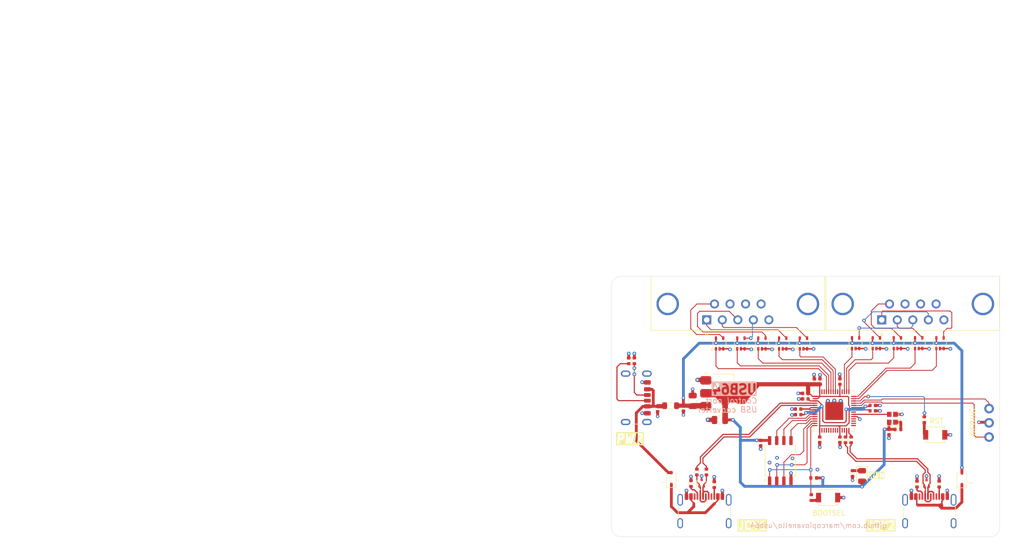
<source format=kicad_pcb>
(kicad_pcb (version 20240108) (generator "pcbnew") (generator_version "8.0")
  (layers (0 "F.Cu" signal) (1 "In1.Cu" signal) (2 "In2.Cu" signal) (31 "B.Cu" signal) (34 "B.Paste" user) (35 "F.Paste" user) (36 "B.SilkS" user "B.Silkscreen") (37 "F.SilkS" user "F.Silkscreen") (38 "B.Mask" user) (39 "F.Mask" user) (44 "Edge.Cuts" user))
  (net 0 "")
  (net 1 "+3.3V")
  (net 2 "GND")
  (net 3 "Net-(U200-XIN)")
  (net 8 "Net-(J3-CC2)")
  (net 9 "Net-(J3-CC1)")
  (net 11 "/C64_controls/JOY1_FIRE")
  (net 13 "/C64_controls/JOY1_DOWN")
  (net 15 "/C64_controls/JOY1_UP")
  (net 16 "/C64_controls/JOY1_RIGHT")
  (net 17 "/C64_controls/JOY1_LEFT")
  (net 18 "USB_MCU_D_P")
  (net 19 "USB_MCU_D_N")
  (net 20 "/MCU/MCU_QSPI_SS")
  (net 21 "Net-(R203-Pad2)")
  (net 22 "IO_RIGHT")
  (net 23 "IO_LEFT")
  (net 24 "IO_UP")
  (net 25 "unconnected-(U200-GPIO12-Pad15)")
  (net 26 "IO_FIRE")
  (net 28 "IO_DOWN")
  (net 29 "/MCU/MCU_QSPI_SCLK")
  (net 30 "/MCU/MCU_QSPI_SD0")
  (net 33 "/MCU/MCU_QSPI_SD1")
  (net 34 "/MCU/MCU_QSPI_SD2")
  (net 41 "/MCU/MCU_QSPI_SD3")
  (net 44 "+1V1")
  (net 45 "Net-(J1-CC1)")
  (net 46 "Net-(J1-CC2)")
  (net 47 "/MCU/SWD")
  (net 48 "/MCU/SWCLK")
  (net 49 "VBUS")
  (net 50 "Net-(D1-K)")
  (net 58 "/C64_controls/JOY2_LEFT")
  (net 59 "/C64_controls/JOY2_RIGHT")
  (net 60 "/C64_controls/JOY2_UP")
  (net 62 "/C64_controls/JOY2_FIRE")
  (net 63 "/C64_controls/JOY2_DOWN")
  (net 65 "Net-(J2-CC2)")
  (net 66 "Net-(J2-CC1)")
  (net 67 "USB_DEV_D_N")
  (net 68 "USB_DEV_D_P")
  (net 69 "IO2_LEFT")
  (net 70 "IO2_RIGHT")
  (net 71 "IO2_UP")
  (net 72 "IO2_DOWN")
  (net 73 "IO2_FIRE")
  (net 80 "Net-(D4-K)")
  (net 81 "Net-(D5-K)")
  (net 82 "Net-(X100-EN)")
  (net 84 "/MCU/RUN")
  (net 85 "Net-(R208-Pad2)")
  (footprint "MountingHole:MountingHole_2.2mm_M2" (layer "F.Cu") (at 174.95 62.85)
    (property "Reference" "H2")
    (property "Value" "MountingHole")
  )
  (footprint "Capacitor_SMD:C_0402_1005Metric" (layer "F.Cu") (at 155.6 73.025)
    (property "Reference" "C206")
    (property "Value" "100n")
  )
  (footprint "Resistor_SMD:R_0402_1005Metric" (layer "F.Cu") (at 145.075 85)
    (property "Reference" "R204")
    (property "Value" "10k")
  )
  (footprint "Resistor_SMD:R_0402_1005Metric" (layer "F.Cu") (at 127.35 86.19 90)
    (property "Reference" "R5")
    (property "Value" "5K1")
  )
  (footprint "Resistor_SMD:R_0402_1005Metric" (layer "F.Cu") (at 150.75 78.2 90)
    (property "Reference" "R205")
    (property "Value" "27R")
  )
  (footprint "Resistor_SMD:R_0402_1005Metric" (layer "F.Cu") (at 112.1 64.1 90)
    (property "Reference" "R7")
    (property "Value" "5K1")
  )
  (footprint "Capacitor_SMD:C_0402_1005Metric" (layer "F.Cu") (at 121.85 72.57 -90)
    (property "Reference" "C6")
    (property "Value" "1u")
  )
  (footprint "Package_TO_SOT_SMD:SOT-723" (layer "F.Cu") (at 125.1 85.9125 90)
    (property "Reference" "D2")
    (property "Value" "ESD7L5.0DT5G")
  )
  (footprint "Capacitor_SMD:C_0402_1005Metric" (layer "F.Cu") (at 143.6 69.9 180)
    (property "Reference" "C203")
    (property "Value" "1u")
  )
  (footprint "Connector_Dsub:DSUB-9_Female_Horizontal_P2.77x2.84mm_EdgePinOffset4.94mm_Housed_MountingHolesOffset4.94mm" (layer "F.Cu") (at 126.01 56.79 180)
    (property "Reference" "J300" (hide yes))
    (property "Value" "DE9_Receptacle")
  )
  (footprint "Capacitor_SMD:C_0805_2012Metric" (layer "F.Cu") (at 128.3375 74.65 180)
    (property "Reference" "C101")
    (property "Value" "10u")
  )
  (footprint "Diode_SMD:D_SOD-323" (layer "F.Cu") (at 119.7 85.1 90)
    (property "Reference" "D4")
    (property "Value" "40V 600mV@1A 1A")
  )
  (footprint "MountingHole:MountingHole_2.2mm_M2" (layer "F.Cu") (at 174.95 92.2)
    (property "Reference" "H4")
    (property "Value" "MountingHole")
  )
  (footprint "Package_TO_SOT_SMD:SOT-353_SC-70-5" (layer "F.Cu") (at 163.8 60.95 90)
    (property "Reference" "U306")
    (property "Value" "74AHCT1G125")
  )
  (footprint "Package_TO_SOT_SMD:SOT-353_SC-70-5" (layer "F.Cu") (at 156.25 60.95 90)
    (property "Reference" "U308")
    (property "Value" "74AHCT1G125")
  )
  (footprint "Package_TO_SOT_SMD:SOT-353_SC-70-5" (layer "F.Cu") (at 132.1 61 90)
    (property "Reference" "U303")
    (property "Value" "74AHCT1G125")
  )
  (footprint "MountingHole:MountingHole_2.2mm_M2" (layer "F.Cu") (at 112.3 52.3)
    (property "Reference" "H1")
    (property "Value" "MountingHole")
  )
  (footprint "Capacitor_SMD:C_0402_1005Metric" (layer "F.Cu") (at 146.2 67.8 90)
    (property "Reference" "C208" (hide yes))
    (property "Value" "100n")
  )
  (footprint "MountingHole:MountingHole_2.2mm_M2" (layer "F.Cu") (at 112.3 92.2)
    (property "Reference" "H3")
    (property "Value" "MountingHole")
  )
  (footprint "Package_TO_SOT_SMD:SOT-353_SC-70-5" (layer "F.Cu") (at 143.25 61 90)
    (property "Reference" "U301")
    (property "Value" "74AHCT1G125")
  )
  (footprint "Capacitor_SMD:C_0402_1005Metric" (layer "F.Cu") (at 143.6 70.9 180)
    (property "Reference" "C202")
    (property "Value" "1u")
  )
  (footprint "Capacitor_SMD:C_0805_2012Metric" (layer "F.Cu") (at 123.5 71.25 90)
    (property "Reference" "C100")
    (property "Value" "10u")
  )
  (footprint "Resistor_SMD:R_0402_1005Metric" (layer "F.Cu") (at 125.95 83.94 90)
    (property "Reference" "R200")
    (property "Value" "27R")
  )
  (footprint "Package_TO_SOT_SMD:SOT-353_SC-70-5" (layer "F.Cu") (at 152.55 60.95 90)
    (property "Reference" "U307")
    (property "Value" "74AHCT1G125")
  )
  (footprint "Resistor_SMD:R_0402_1005Metric" (layer "F.Cu") (at 164.8 74.6 -90)
    (property "Reference" "R208")
    (property "Value" "1k")
  )
  (footprint "Resistor_SMD:R_0402_1005Metric" (layer "F.Cu") (at 124.25 83.94 90)
    (property "Reference" "R201")
    (property "Value" "27R")
  )
  (footprint "Button_Switch_SMD:SW_SPST_B3U-1000P" (layer "F.Cu") (at 166.75 77.3)
    (property "Reference" "SW2")
    (property "Value" "SW_Push")
  )
  (footprint "Capacitor_SMD:C_0402_1005Metric" (layer "F.Cu") (at 145.2 67.82 90)
    (property "Reference" "C210" (hide yes))
    (property "Value" "100n")
  )
  (footprint "Package_SO:SOIC-8_5.23x5.23mm_P1.27mm" (layer "F.Cu") (at 139.125 81.925 90)
    (property "Reference" "U201")
    (property "Value" "W25Q128JVSIQ")
  )
  (footprint "Connector_USB:USB_C_Receptacle_GCT_USB4125-xx-x_6P_TopMnt_Horizontal" (layer "F.Cu") (at 112.345 70.7 -90)
    (property "Reference" "J1")
    (property "Value" "USB_C_Receptacle_PowerOnly_6P")
  )
  (footprint "Resistor_SMD:R_0402_1005Metric" (layer "F.Cu") (at 160.1 76.35)
    (property "Reference" "R207")
    (property "Value" "10k")
  )
  (footprint "Package_TO_SOT_SMD:SOT-353_SC-70-5" (layer "F.Cu") (at 135.85 61 90)
    (property "Reference" "U302")
    (property "Value" "74AHCT1G125")
  )
  (footprint "Capacitor_SMD:C_0402_1005Metric" (layer "F.Cu") (at 155.6 72.05)
    (property "Reference" "C201")
    (property "Value" "100n")
  )
  (footprint "Capacitor_SMD:C_0402_1005Metric" (layer "F.Cu") (at 146.15 78.18 -90)
    (property "Reference" "C204")
    (property "Value" "100n")
  )
  (footprint "Connector_Dsub:DSUB-9_Female_Horizontal_P2.77x2.84mm_EdgePinOffset4.94mm_Housed_MountingHolesOffset4.94mm" (layer "F.Cu") (at 157.21 56.79 180)
    (property "Reference" "J301" (hide yes))
    (property "Value" "DE9_Receptacle")
  )
  (footprint "Resistor_SMD:R_0402_1005Metric" (layer "F.Cu") (at 144.65 88.5 -90)
    (property "Reference" "R203")
    (property "Value" "1k")
  )
  (footprint "Crystal:Crystal_SMD_2016-4Pin_2.0x1.6mm" (layer "F.Cu") (at 159.1 74.35 90)
    (property "Reference" "X100" (hide yes))
    (property "Value" "ASE-12MHz")
  )
  (footprint "Package_TO_SOT_SMD:SOT-223-3_TabPin2" (layer "F.Cu") (at 128.9825 69.8825)
    (property "Reference" "U100")
    (property "Value" "NCP1117-3.3")
  )
  (footprint "Diode_SMD:D_SOD-323" (layer "F.Cu") (at 171.5 85.15 90)
    (property "Reference" "D5")
    (property "Value" "40V 600mV@1A 1A")
  )
  (footprint "Inductor_SMD:L_0805_2012Metric" (layer "F.Cu") (at 119.5625 72.1)
    (property "Reference" "FB3")
    (property "Value" "100Ω@100MHz")
  )
  (footprint "Connector_PinHeader_2.54mm:PinHeader_1x03_P2.54mm_Vertical" (layer "F.Cu") (at 176.35 72.62)
    (property "Reference" "J100")
    (property "Value" "Conn_01x03_Pin")
  )
  (footprint "Resistor_SMD:R_0402_1005Metric" (layer "F.Cu") (at 123.2 86 90)
    (property "Reference" "R4")
    (property "Value" "5K1")
  )
  (footprint "Package_TO_SOT_SMD:SOT-353_SC-70-5" (layer "F.Cu") (at 139.55 61 90)
    (property "Reference" "U300")
    (property "Value" "74AHCT1G125")
  )
  (footprint "Resistor_SMD:R_0402_1005Metric" (layer "F.Cu") (at 152 84.21 -90)
    (property "Reference" "R1")
    (property "Value" "1k")
  )
  (footprint "Capacitor_SMD:C_0402_1005Metric" (layer "F.Cu") (at 158.5 76.8 -90)
    (property "Reference" "C211")
    (property "Value" "1u")
  )
  (footprint "Capacitor_SMD:C_0402_1005Metric" (layer "F.Cu") (at 135.625 78.775 90)
    (property "Reference" "C214")
    (property "Value" "100n")
  )
  (footprint "LED_SMD:LED_0805_2012Metric" (layer "F.Cu") (at 153.7 84.65 -90)
    (property "Reference" "D1")
    (property "Value" "GREEN")
  )
  (footprint "Resistor_SMD:R_0402_1005Metric" (layer "F.Cu") (at 163.5 86.09 90)
    (property "Reference" "R2")
    (property "Value" "5K1")
  )
  (footprint "Resistor_SMD:R_0402_1005Metric" (layer "F.Cu") (at 151.75 78.2 90)
    (property "Reference" "R206")
    (property "Value" "27R")
  )
  (footprint "Package_TO_SOT_SMD:SOT-353_SC-70-5" (layer "F.Cu") (at 160 60.95 90)
    (property "Reference" "U309")
    (property "Value" "74AHCT1G125")
  )
  (footprint "Package_TO_SOT_SMD:SOT-353_SC-70-5" (layer "F.Cu") (at 128.3 61 90)
    (property "Reference" "U304")
    (property "Value" "74AHCT1G125")
  )
  (footprint "Resistor_SMD:R_0402_1005Metric" (layer "F.Cu") (at 167.45 86.09 90)
    (property "Reference" "R3")
    (property "Value" "5K1")
  )
  (footprint "Button_Switch_SMD:SW_SPST_B3U-1000P" (layer "F.Cu") (at 147.65 88.5)
    (property "Reference" "SW1")
    (property "Value" "SW_Push")
  )
  (footprint "Connector_USB:USB_C_Receptacle_GCT_USB4105-xx-A_16P_TopMnt_Horizontal" (layer "F.Cu") (at 125.6 92)
    (property "Reference" "J3")
    (property "Value" "USB_C_Receptacle_USB2.0_14P")
  )
  (footprint "Capacitor_SMD:C_0402_1005Metric" (layer "F.Cu") (at 142.3 72.7 180)
    (property "Reference" "C209")
    (property "Value" "100n")
  )
  (footprint "Package_TO_SOT_SMD:SOT-353_SC-70-5" (layer "F.Cu") (at 167.6 60.95 90)
    (property "Reference" "U305")
    (property "Value" "74AHCT1G125")
  )
  (footprint "Capacitor_SMD:C_0402_1005Metric" (layer "F.Cu") (at 142.32 73.7 180)
    (property "Reference" "C200")
    (property "Value" "100n")
  )
  (footprint "Capacitor_SMD:C_0402_1005Metric" (layer "F.Cu") (at 149.75 78.18 -90)
    (property "Reference" "C205")
    (property "Value" "100n")
  )
  (footprint "Capacitor_SMD:C_0402_1005Metric" (layer "F.Cu") (at 117.25 72.68 -90)
    (property "Reference" "C5")
    (property "Value" "1u")
  )
  (footprint "Resistor_SMD:R_0402_1005Metric" (layer "F.Cu") (at 113.1 64.09 90)
    (property "Reference" "R8")
    (property "Value" "5K1")
  )
  (footprint "Package_DFN_QFN:QFN-56-1EP_7x7mm_P0.4mm_EP3.2x3.2mm" (layer "F.Cu") (at 148.75 73.05 90)
    (property "Reference" "U200")
    (property "Value" "RP2040")
  )
  (footprint "Package_TO_SOT_SMD:SOT-723" (layer "F.Cu") (at 165.2 85.9625 90)
    (property "Reference" "D3")
    (property "Value" "ESD7L5.0DT5G")
  )
  (footprint "Capacitor_SMD:C_0402_1005Metric" (layer "F.Cu") (at 149.75 67.8 90)
    (property "Reference" "C207")
    (property "Value" "100n")
  )
  (footprint "Connector_USB:USB_C_Receptacle_GCT_USB4105-xx-A_16P_TopMnt_Horizontal" (layer "F.Cu") (at 165.7 92)
    (property "Reference" "J2")
    (property "Value" "USB_C_Receptacle_USB2.0_14P")
  )
  (gr_poly (pts (xy 129.657575 71.928052) (xy 130.523782 70.903569) (xy 129.657575 70.903569)) (stroke (width 0.2)) (fill solid) (layer "F.Cu") (net 1))
  (gr_poly (pts (xy 128.7 68.2) (xy 127.85 69.25) (xy 126.5 69.25) (xy 125.1 69.25) (xy 125.1 70.5) (xy 128.7 70.5)) (stroke (width 0.2)) (fill solid) (layer "F.Cu") (net 1))
  (gr_poly (pts (xy 128.9 71.85) (xy 127.6 70.55) (xy 128.9 70.55)) (stroke (width 0.2)) (fill solid) (layer "F.Cu") (net 1))
  (gr_poly (pts (xy 132.65 71.65) (xy 135.7 68.15) (xy 132.7 68.15) (xy 132.65 71.35) (xy 132.7 71.35) (xy 132.65 71.4)) (stroke (width 0.2)) (fill solid) (layer "F.Cu") (net 1))
  (gr_poly (pts (xy 128.7 68.2) (xy 131.6 68.2) (xy 131.55 71.4) (xy 128.7 71.4)) (stroke (width 0.2)) (fill solid) (layer "F.Cu") (net 1))
  (gr_line (start 179.8 55.7) (end 179.8 55.7) (stroke (width 0.05)) (layer "Edge.Cuts"))
  (gr_arc (start 178.25 93.797918) (mid 177.752076 94.999994) (end 176.55 95.497918) (stroke (width 0.05)) (layer "Edge.Cuts"))
  (gr_line (start 176.55 95.497918) (end 110.702076 95.497918) (stroke (width 0.05)) (layer "Edge.Cuts"))
  (gr_line (start 109 50.7) (end 109 93.795836) (stroke (width 0.05)) (layer "Edge.Cuts"))
  (gr_arc (start 110.702076 95.497918) (mid 109.5 94.999994) (end 109.002076 93.797918) (stroke (width 0.05)) (layer "Edge.Cuts"))
  (gr_line (start 178.25 49) (end 110.702082 49.002082) (stroke (width 0.05)) (layer "Edge.Cuts"))
  (gr_arc (start 109.002082 50.702082) (mid 109.500006 49.500006) (end 110.702082 49.002082) (stroke (width 0.05)) (layer "Edge.Cuts"))
  (gr_line (start 178.25 49) (end 178.247918 93.797918) (stroke (width 0.05)) (layer "Edge.Cuts"))
  (gr_text "USB64" (at 135.15 70.2 0) (layer "B.SilkS" knockout) (effects (font (size 1.7 1.6) (thickness 0.4) (bold yes)) (justify left bottom mirror)))
  (gr_text "github.com/marcopiovanello/usb64" (at 158.2 94 0) (layer "B.SilkS") (effects (font (size 0.9 0.9) (thickness 0.125)) (justify left bottom mirror)))
  (gr_text "Control port\nUSB converter" (at 135.15 73.4 0) (layer "B.SilkS") (effects (font (size 1 1) (thickness 0.15) (italic yes)) (justify left bottom mirror)))
  (gr_text "BOOTSEL" (at 144.75 91.8 0) (layer "F.SilkS") (effects (font (size 0.9 0.9)) (justify left bottom)))
  (gr_text "JOY1" (at 131.4 94.4 0) (layer "F.SilkS" knockout) (effects (font (size 1.5 1.4) (thickness 0.35) (bold yes)) (justify left bottom)))
  (gr_text "-" (at 117.6 86.25 0) (layer "F.SilkS") (effects (font (size 0.9 0.9) (thickness 0.1125)) (justify left bottom)))
  (gr_text "-" (at 172.5 86.35 0) (layer "F.SilkS") (effects (font (size 0.9 0.9) (thickness 0.1125)) (justify left bottom)))
  (gr_text "DEBUG" (at 173.5 75.05 90) (layer "F.SilkS") (effects (font (size 1 1))))
  (gr_text "JOY2" (at 154.3 94.4 0) (layer "F.SilkS" knockout) (effects (font (size 1.5 1.4) (thickness 0.35) (bold yes)) (justify left bottom)))
  (gr_text "RST" (at 165.65 75.35 0) (layer "F.SilkS") (effects (font (size 0.9 0.9)) (justify left bottom)))
  (gr_text "RUN" (at 154.8 85.1 0) (layer "F.SilkS" knockout) (effects (font (size 0.9 0.9) (thickness 0.2) (bold yes)) (justify left bottom)))
  (gr_text "PWR" (at 109.6 79 0) (layer "F.SilkS" knockout) (effects (font (size 1.6 1.5) (thickness 0.375) (bold yes) (italic yes)) (justify left bottom)))
  (gr_text "+" (at 154.6 86.3 0) (layer "F.SilkS") (effects (font (size 0.9 0.9) (thickness 0.1125)) (justify left bottom)))
  (segment (start 153.7 86.55) (end 153.7 85.5875) (width 0.5) (layer "F.Cu") (net 1))
  (segment (start 152.1875 72.85) (end 155.17 72.85) (width 0.2) (layer "F.Cu") (net 1))
  (segment (start 145.585 85) (end 146.7 85) (width 0.5) (layer "F.Cu") (net 1))
  (segment (start 132.775 71.25) (end 132.75 71.25) (width 0.15) (layer "F.Cu") (net 1))
  (segment (start 158.5 75.1) (end 158.55 75.05) (width 0.5) (layer "F.Cu") (net 1))
  (segment (start 146.15 75.7) (end 146.15 76.4875) (width 0.2) (layer "F.Cu") (net 1))
  (segment (start 145.3125 72.45) (end 145.85 72.45) (width 0.2) (layer "F.Cu") (net 1))
  (segment (start 151.3 70.6) (end 151.3 72) (width 0.2) (layer "F.Cu") (net 1))
  (segment (start 155.17 72.85) (end 155.22 72.9) (width 0.2) (layer "F.Cu") (net 1))
  (segment (start 129.22 74.6325) (end 130.6675 74.6325) (width 0.5) (layer "F.Cu") (net 1))
  (segment (start 146 72.6) (end 146 72.69636) (width 0.2) (layer "F.Cu") (net 1))
  (segment (start 146.15 69.6125) (end 146.15 68.33) (width 0.2) (layer "F.Cu") (net 1))
  (segment (start 145.3125 70.45) (end 146.2 70.45) (width 0.2) (layer "F.Cu") (net 1))
  (segment (start 143.9 68.28) (end 144.08 68.46) (width 0.75) (layer "F.Cu") (net 1))
  (segment (start 143.9 68.28) (end 146.2 68.28) (width 0.75) (layer "F.Cu") (net 1))
  (segment (start 149.75 77.85) (end 149.75 76.4875) (width 0.2) (layer "F.Cu") (net 1))
  (segment (start 146.15 68.33) (end 146.1 68.28) (width 0.2) (layer "F.Cu") (net 1))
  (segment (start 144.3 69.9) (end 144.08 69.9) (width 0.2) (layer "F.Cu") (net 1))
  (segment (start 158.5 76.32) (end 158.5 75.1) (width 0.5) (layer "F.Cu") (net 1))
  (segment (start 146.2 70.45) (end 149.8 70.45) (width 0.2) (layer "F.Cu") (net 1))
  (segment (start 144.55 72.45) (end 145.3125 72.45) (width 0.2) (layer "F.Cu") (net 1))
  (segment (start 145.3125 70.45) (end 144.85 70.45) (width 0.2) (layer "F.Cu") (net 1))
  (segment (start 146 72.69636) (end 146.15 72.84636) (width 0.2) (layer "F.Cu") (net 1))
  (segment (start 151.4 75.15) (end 151.4 73.1) (width 0.2) (layer "F.Cu") (net 1))
  (segment (start 149.75 75.95364) (end 149.75 76.4875) (width 0.2) (layer "F.Cu") (net 1))
  (segment (start 133.735 68.28) (end 143.9 68.28) (width 0.75) (layer "F.Cu") (net 1))
  (segment (start 144.45 72.85) (end 145.3125 72.85) (width 0.2) (layer "F.Cu") (net 1))
  (segment (start 132.75 71.25) (end 132.7 71.3) (width 0.15) (layer "F.Cu") (net 1))
  (segment (start 135.625 78.295) (end 137.19 78.295) (width 0.5) (layer "F.Cu") (net 1))
  (segment (start 134.925 78.275) (end 135.605 78.275) (width 0.5) (layer "F.Cu") (net 1))
  (segment (start 146.15 77.7) (end 146.15 76.4875) (width 0.2) (layer "F.Cu") (net 1))
  (segment (start 146.3 77.85) (end 146.15 77.7) (width 0.2) (layer "F.Cu") (net 1))
  (segment (start 137.19 78.295) (end 137.22 78.325) (width 0.5) (layer "F.Cu") (net 1))
  (segment (start 157.73 76.32) (end 158.5 76.32) (width 0.5) (layer "F.Cu") (net 1))
  (segment (start 146 72.69636) (end 145.84636 72.85) (width 0.2) (layer "F.Cu") (net 1))
  (segment (start 159.56 76.32) (end 159.59 76.35) (width 0.5) (layer "F.Cu") (net 1))
  (segment (start 151.4 73.1) (end 151.65 72.85) (width 0.2) (layer "F.Cu") (net 1))
  (segment (start 145.2 68.26) (end 146.18 68.26) (width 0.5) (layer "F.Cu") (net 1))
  (segment (start 151.475 72.175) (end 151.475 72.675) (width 0.15) (layer "F.Cu") (net 1))
  (segment (start 129.2875 69.9875) (end 129.1825 69.8825) (width 1) (layer "F.Cu") (net 1))
  (segment (start 158.5 76.32) (end 159.56 76.32) (width 0.5) (layer "F.Cu") (net 1))
  (segment (start 144.85 70.45) (end 144.3 69.9) (width 0.2) (layer "F.Cu") (net 1))
  (segment (start 145.84636 72.85) (end 145.3125 72.85) (width 0.2) (layer "F.Cu") (net 1))
  (segment (start 149.49636 75.7) (end 149.75 75.95364) (width 0.2) (layer "F.Cu") (net 1))
  (segment (start 151.65 72.85) (end 152.1875 72.85) (width 0.2) (layer "F.Cu") (net 1))
  (segment (start 151.475 72.675) (end 151.65 72.85) (width 0.15) (layer "F.Cu") (net 1))
  (segment (start 149.75 68.28) (end 149.75 69.6125) (width 0.2) (layer "F.Cu") (net 1))
  (segment (start 145.85 72.45) (end 146 72.6) (width 0.2) (layer "F.Cu") (net 1))
  (segment (start 146.15 72.84636) (end 146.15 75.7) (width 0.2) (layer "F.Cu") (net 1))
  (segment (start 149.75 69.6125) (end 149.75 70.4) (width 0.2) (layer "F.Cu") (net 1))
  (segment (start 151.15 70.45) (end 151.3 70.6) (width 0.2) (layer "F.Cu") (net 1))
  (segment (start 149.75 70.4) (end 149.8 70.45) (width 0.2) (layer "F.Cu") (net 1))
  (segment (start 146.18 68.26) (end 146.2 68.28) (width 0.5) (layer "F.Cu") (net 1))
  (segment (start 144.08 68.46) (end 144.08 69.9) (width 0.75) (layer "F.Cu") (net 1))
  (segment (start 146.15 75.7) (end 149.49636 75.7) (width 0.2) (layer "F.Cu") (net 1))
  (segment (start 149.49636 75.7) (end 150.85 75.7) (width 0.2) (layer "F.Cu") (net 1))
  (segment (start 144.3 72.7) (end 144.45 72.85) (width 0.2) (layer "F.Cu") (net 1))
  (segment (start 146.2 70.45) (end 146.15 70.4) (width 0.2) (layer "F.Cu") (net 1))
  (segment (start 149.8 70.45) (end 151.15 70.45) (width 0.2) (layer "F.Cu") (net 1))
  (segment (start 145.8 70.85) (end 146.2 70.45) (width 0.2) (layer "F.Cu") (net 1))
  (segment (start 145.3125 70.85) (end 145.8 70.85) (width 0.2) (layer "F.Cu") (net 1))
  (segment (start 132.1325 69.8825) (end 133.735 68.28) (width 0.75) (layer "F.Cu") (net 1))
  (segment (start 144.3 72.7) (end 144.55 72.45) (width 0.2) (layer "F.Cu") (net 1))
  (segment (start 135.605 78.275) (end 135.625 78.295) (width 0.5) (layer "F.Cu") (net 1))
  (segment (start 129.1825 69.8825) (end 125.8325 69.8825) (width 1) (layer "F.Cu") (net 1))
  (segment (start 146.15 70.4) (end 146.15 69.6125) (width 0.2) (layer "F.Cu") (net 1))
  (segment (start 142.78 72.7) (end 144.3 72.7) (width 0.25) (layer "F.Cu") (net 1))
  (segment (start 150.85 75.7) (end 151.4 75.15) (width 0.2) (layer "F.Cu") (net 1))
  (segment (start 129.2875 74.65) (end 129.2875 69.9875) (width 1) (layer "F.Cu") (net 1))
  (segment (start 151.3 72) (end 151.475 72.175) (width 0.15) (layer "F.Cu") (net 1))
  (via (at 134.925 78.275) (size 0.65) (drill 0.3) (layers "F.Cu" "B.Cu") (net 1))
  (via (at 146.7 85) (size 0.65) (drill 0.3) (layers "F.Cu" "B.Cu") (net 1))
  (via (at 157.73 76.32) (size 0.65) (drill 0.3) (layers "F.Cu" "B.Cu") (net 1))
  (via (at 153.7 86.55) (size 0.65) (drill 0.3) (layers "F.Cu" "B.Cu") (net 1))
  (via (at 130.6675 74.6325) (size 0.65) (drill 0.3) (layers "F.Cu" "B.Cu") (net 1))
  (segment (start 146.7 86.5) (end 146.7 85) (width 0.5) (layer "B.Cu") (net 1))
  (segment (start 157.65 81.6) (end 157.65 82.6) (width 0.5) (layer "B.Cu") (net 1))
  (segment (start 153.7 86.55) (end 153.65 86.5) (width 0.5) (layer "B.Cu") (net 1))
  (segment (start 157.73 76.32) (end 157.65 76.4) (width 0.5) (layer "B.Cu") (net 1))
  (segment (start 153.65 86.5) (end 132.75 86.5) (width 0.5) (layer "B.Cu") (net 1))
  (segment (start 157.65 82.6) (end 153.7 86.55) (width 0.5) (layer "B.Cu") (net 1))
  (segment (start 132 75.965) (end 132 78.275) (width 0.5) (layer "B.Cu") (net 1))
  (segment (start 132.75 86.5) (end 132 85.75) (width 0.5) (layer "B.Cu") (net 1))
  (segment (start 157.65 76.4) (end 157.65 81.6) (width 0.5) (layer "B.Cu") (net 1))
  (segment (start 132 78.275) (end 134.925 78.275) (width 0.5) (layer "B.Cu") (net 1))
  (segment (start 132 78.275) (end 132 85.75) (width 0.5) (layer "B.Cu") (net 1))
  (segment (start 130.6675 74.6325) (end 132 75.965) (width 0.5) (layer "B.Cu") (net 1))
  (segment (start 130.05 61.95) (end 130.15 62.05) (width 0.25) (layer "F.Cu") (net 2))
  (segment (start 127.445 74.6325) (end 126.2325 74.6325) (width 0.75) (layer "F.Cu") (net 2))
  (segment (start 146.2 66.6) (end 146.2 67.32) (width 0.5) (layer "F.Cu") (net 2))
  (segment (start 160 61.9) (end 161.8 61.9) (width 0.25) (layer "F.Cu") (net 2))
  (segment (start 145.15 66.55) (end 145.15 67.25) (width 0.5) (layer "F.Cu") (net 2))
  (segment (start 126.2325 74.6325) (end 126.2 74.6) (width 0.75) (layer "F.Cu") (net 2))
  (segment (start 121.85 73.75) (end 121.85 73.1) (width 0.5) (layer "F.Cu") (net 2))
  (segment (start 142.4 70.901992) (end 143.138008 70.901992) (width 0.5) (layer "F.Cu") (net 2))
  (segment (start 174.55 75.06) (end 176.25 75.06) (width 0.5) (layer "F.Cu") (net 2))
  (segment (start 149.75 78.81) (end 149.75 79.45) (width 0.5) (layer "F.Cu") (net 2))
  (segment (start 143.9 61.95) (end 145.05 61.95) (width 0.25) (layer "F.Cu") (net 2))
  (segment (start 143.25 61.95) (end 143.9 61.95) (width 0.25) (layer "F.Cu") (net 2))
  (segment (start 152 85.4) (end 152 84.72) (width 0.5) (layer "F.Cu") (net 2))
  (segment (start 147.6 71.9) (end 148.75 73.05) (width 0.75) (layer "F.Cu") (net 2))
  (segment (start 127.35 85.68) (end 127.35 84.8) (width 0.5) (layer "F.Cu") (net 2))
  (segment (start 128.95 61.95) (end 130.05 61.95) (width 0.25) (layer "F.Cu") (net 2))
  (segment (start 128.3 61.95) (end 128.95 61.95) (width 0.25) (layer "F.Cu") (net 2))
  (segment (start 146.15 79.5) (end 146.15 78.66) (width 0.5) (layer "F.Cu") (net 2))
  (segment (start 115.43 67.95) (end 114.55 67.95) (width 0.5) (layer "F.Cu") (net 2))
  (segment (start 169.4 61.9) (end 169.45 61.95) (width 0.25) (layer "F.Cu") (net 2))
  (segment (start 135.85 61.95) (end 136.5 61.95) (width 0.25) (layer "F.Cu") (net 2))
  (segment (start 161.8 61.9) (end 161.85 61.95) (width 0.25) (layer "F.Cu") (net 2))
  (segment (start 163.5 85.58) (end 163.5 84.7) (width 0.5) (layer "F.Cu") (net 2))
  (segment (start 158 61.9) (end 158.05 61.95) (width 0.25) (layer "F.Cu") (net 2))
  (segment (start 133.85 61.95) (end 133.95 62.05) (width 0.25) (layer "F.Cu") (net 2))
  (segment (start 169.45 77.3) (end 168.45 77.3) (width 0.5) (layer "F.Cu") (net 2))
  (segment (start 137.55 61.95) (end 137.65 62.05) (width 0.25) (layer "F.Cu") (net 2))
  (segment (start 132.1 61.95) (end 132.75 61.95) (width 0.25) (layer "F.Cu") (net 2))
  (segment (start 156.25 61.9) (end 158 61.9) (width 0.25) (layer "F.Cu") (net 2))
  (segment (start 141.025 84.125) (end 141.025 85.52) (width 0.5) (layer "F.Cu") (net 2))
  (segment (start 143.138008 70.901992) (end 143.14 70.9) (width 0.5) (layer "F.Cu") (net 2))
  (segment (start 136.5 61.95) (end 137.55 61.95) (width 0.25) (layer "F.Cu") (net 2))
  (segment (start 128.8 88.32) (end 128.8 87.25) (width 0.5) (layer "F.Cu") (net 2))
  (segment (start 114.55 67.95) (end 114.5 67.9) (width 0.5) (layer "F.Cu") (net 2))
  (segment (start 112.1 62.8) (end 112.1 63.59) (width 0.5) (layer "F.Cu") (net 2))
  (segment (start 121.9049 73.1049) (end 121.9 73.1) (width 0.5) (layer "F.Cu") (net 2))
  (segment (start 149.7 66.5) (end 149.75 66.55) (width 0.5) (layer "F.Cu") (net 2))
  (segment (start 165.6 61.9) (end 165.65 61.95) (width 0.25) (layer "F.Cu") (net 2))
  (segment (start 149.75 66.55) (end 149.75 67.32) (width 0.5) (layer "F.Cu") (net 2))
  (segment (start 152.85 74.05) (end 153.3 74.5) (width 0.2) (layer "F.Cu") (net 2))
  (segment (start 154.3 61.9) (end 154.35 61.95) (width 0.25) (layer "F.Cu") (net 2))
  (segment (start 162.5 87.25) (end 162.5 88.32) (width 0.5) (layer "F.Cu") (net 2))
  (segment (start 148.75 71.2) (end 148.75 73.05) (width 0.75) (layer "F.Cu") (net 2))
  (segment (start 113.1 62.8) (end 113.1 63.58) (width 0.5) (layer "F.Cu") (net 2))
  (segment (start 141.2 72.7) (end 141.62 72.7) (width 0.5) (layer "F.Cu") (net 2))
  (segment (start 132.75 61.95) (end 133.85 61.95) (width 0.25) (layer "F.Cu") (net 2))
  (segment (start 156.08 73.025) (end 156.9 73.025) (width 0.5) (layer "F.Cu") (net 2))
  (segment (start 147.6 71.25) (end 147.6 71.9) (width 0.75) (layer "F.Cu") (net 2))
  (segment (start 165.2 84.65) (end 165.2 85.3875) (width 0.25) (layer "F.Cu") (net 2))
  (segment (start 149.9 71.25) (end 149.9 71.9) (width 0.75) (layer "F.Cu") (net 2))
  (segment (start 142.3 69.9) (end 143.12 69.9) (width 0.5) (layer "F.Cu") (net 2))
  (segment (start 149.9 71.9) (end 148.75 73.05) (width 0.75) (layer "F.Cu") (net 2))
  (segment (start 167.45 85.58) (end 167.45 84.69) (width 0.5) (layer "F.Cu") (net 2))
  (segment (start 114.5 73.45) (end 115.43 73.45) (width 0.5) (layer "F.Cu") (net 2))
  (segment (start 123.2 85.49) (end 123.2 84.75) (width 0.5) (layer "F.Cu") (net 2))
  (segment (start 156.08 72.05) (end 156.9 72.05) (width 0.5) (layer "F.Cu") (net 2))
  (segment (start 149.9 88.5) (end 150.4 88.5) (width 0.5) (layer "F.Cu") (net 2))
  (segment (start 150.4 88.5) (end 150.15 88.5) (width 0.5) (layer "F.Cu") (net 2))
  (segment (start 145.15 67.25) (end 145.2 67.3) (width 0.5) (layer "F.Cu") (net 2))
  (segment (start 149.35 88.5) (end 149.9 88.5) (width 0.5) (layer "F.Cu") (net 2))
  (segment (start 141.2 73.75) (end 141.57 73.75) (width 0.5) (layer "F.Cu") (net 2))
  (segment (start 135.625 79.825) (end 135.625 79.205) (width 0.5) (layer "F.Cu") (net 2))
  (segment (start 117.25 74) (end 117.25 73.15) (width 0.5) (layer "F.Cu") (net 2))
  (segment (start 152.55 61.9) (end 154.3 61.9) (width 0.25) (layer "F.Cu") (net 2))
  (segment (start 140.2 61.95) (end 141.25 61.95) (width 0.25) (layer "F.Cu") (net 2))
  (segment (start 168.9 87.25) (end 168.9 88.32) (width 0.5) (layer "F.Cu") (net 2))
  (segment (start 125.1 84.65) (end 125.1 85.3375) (width 0.25) (layer "F.Cu") (net 2))
  (segment (start 141.025 85.52) (end 141.03 85.525) (width 0.5) (layer "F.Cu") (net 2))
  (segment (start 163.8 61.9) (end 165.6 61.9) (width 0.25) (layer "F.Cu") (net 2))
  (segment (start 167.6 61.9) (end 169.4 61.9) (width 0.25) (layer "F.Cu") (net 2))
  (segment (start 124.35 67.5) (end 125.75 67.5) (width 0.75) (layer "F.Cu") (net 2))
  (segment (start 158.5 77.9) (end 158.5 77.28) (width 0.5) (layer "F.Cu") (net 2))
  (segment (start 176.25 75.06) (end 176.35 75.16) (width 0.5) (layer "F.Cu") (net 2))
  (segment (start 125.1 84.6) (end 125.1 84.65) (width 0.25) (layer "F.Cu") (net 2))
  (segment (start 159.65 73.65) (end 160.8 73.65) (width 0.5) (layer "F.Cu") (net 2))
  (segment (start 149.35 88.5) (end 149.4 88.5) (width 0.5) (layer "F.Cu") (net 2))
  (segment (start 149.75 79.45) (end 149.8 79.5) (width 0.5) (layer "F.Cu") (net 2))
  (segment (start 139.55 61.95) (end 140.2 61.95) (width 0.25) (layer "F.Cu") (net 2))
  (segment (start 123.5 70.225) (end 123.5 69.15) (width 0.5) (layer "F.Cu") (net 2))
  (segment (start 141.25 61.95) (end 141.35 62.05) (width 0.25) (layer "F.Cu") (net 2))
  (segment (start 152.1875 74.05) (end 152.85 74.05) (width 0.2) (layer "F.Cu") (net 2))
  (segment (start 122.4 88.32) (end 122.4 87.25) (width 0.5) (layer "F.Cu") (net 2))
  (segment (start 125.75 67.5) (end 125.8325 67.5825) (width 0.75) (layer "F.Cu") (net 2))
  (via (at 146.2 66.6) (size 0.65) (drill 0.3) (layers "F.Cu" "B.Cu") (net 2))
  (via (at 113.1 62.8) (size 0.65) (drill 0.3) (layers "F.Cu" "B.Cu") (net 2))
  (via (at 169.45 61.95) (size 0.65) (drill 0.3) (layers "F.Cu" "B.Cu") (net 2))
  (via (at 167.45 84.69) (size 0.65) (drill 0.3) (layers "F.Cu" "B.Cu") (net 2))
  (via (at 174.55 75.06) (size 0.65) (drill 0.3) (layers "F.Cu" "B.Cu") (net 2))
  (via (at 135.625 79.825) (size 0.65) (drill 0.3) (layers "F.Cu" "B.Cu") (net 2))
  (via (at 137.2 82.25) (size 0.65) (drill 0.3) (layers "F.Cu" "B.Cu") (net 2))
  (via (at 142.3 69.9) (size 0.6) (drill 0.3) (layers "F.Cu" "B.Cu") (net 2))
  (via (at 156.9 72.05) (size 0.65) (drill 0.3) (layers "F.Cu" "B.Cu") (net 2))
  (via (at 133.95 62.05) (size 0.65) (drill 0.3) (layers "F.Cu" "B.Cu") (net 2))
  (via (at 147.6 71.25) (size 0.65) (drill 0.3) (layers "F.Cu" "B.Cu") (net 2))
  (via (at 141.35 62.05) (size 0.65) (drill 0.3) (layers "F.Cu" "B.Cu") (net 2))
  (via (at 162.5 87.25) (size 0.65) (drill 0.3) (layers "F.Cu" "B.Cu") (net 2))
  (via (at 117.25 74) (size 0.6) (drill 0.3) (layers "F.Cu" "B.Cu") (net 2))
  (via (at 158.5 77.9) (size 0.65) (drill 0.3) (layers "F.Cu" "B.Cu") (net 2))
  (via (at 169.45 77.3) (size 0.65) (drill 0.3) (layers "F.Cu" "B.Cu") (net 2))
  (via (at 148.75 71.2) (size 0.65) (drill 0.3) (layers "F.Cu" "B.Cu") (net 2))
  (via (at 145.05 61.95) (size 0.65) (drill 0.3) (layers "F.Cu" "B.Cu") (net 2))
  (via (at 141.2 72.7) (size 0.65) (drill 0.3) (layers "F.Cu" "B.Cu") (net 2))
  (via (at 152 85.4) (size 0.6) (drill 0.3) (layers "F.Cu" "B.Cu") (net 2))
  (via (at 160.8 73.65) (size 0.65) (drill 0.3) (layers "F.Cu" "B.Cu") (net 2))
  (via (at 114.5 67.9) (size 0.65) (drill 0.3) (layers "F.Cu" "B.Cu") (net 2))
  (via (at 123.2 84.75) (size 0.65) (drill 0.3) (layers "F.Cu" "B.Cu") (net 2))
  (via (at 149.7 66.5) (size 0.65) (drill 0.3) (layers "F.Cu" "B.Cu") (net 2))
  (via (at 149.8 79.5) (size 0.65) (drill 0.3) (layers "F.Cu" "B.Cu") (net 2))
  (via (at 121.85 73.75) (size 0.6) (drill 0.3) (layers "F.Cu" "B.Cu") (net 2))
  (via (at 149.9 71.25) (size 0.65) (drill 0.3) (layers "F.Cu" "B.Cu") (net 2))
  (via (at 141.3 81.5) (size 0.65) (drill 0.3) (layers "F.Cu" "B.Cu") (net 2))
  (via (at 142.4 70.901992) (size 0.65) (drill 0.3) (layers "F.Cu" "B.Cu") (net 2))
  (via (at 125.1 84.65) (size 0.65) (drill 0.3) (layers "F.Cu" "B.Cu") (net 2))
  (via (at 163.5 84.7) (size 0.65) (drill 0.3) (layers "F.Cu" "B.Cu") (net 2))
  (via (at 123.5 69.15) (size 0.6) (drill 0.3) (layers "F.Cu" "B.Cu") (net 2))
  (via (at 138.55 81.4) (size 0.65) (drill 0.3) (layers "F.Cu" "B.Cu") (net 2))
  (via (at 154.35 61.95) (size 0.65) (drill 0.3) (layers "F.Cu" "B.Cu") (net 2))
  (via (at 126.2 74.6) (size 0.65) (drill 0.3) (layers "F.Cu" "B.Cu") (net 2))
  (via (at 124.35 67.5) (size 0.65) (drill 0.3) (layers "F.Cu" "B.Cu") (net 2))
  (via (at 153.3 74.5) (size 0.65) (drill 0.3) (layers "F.Cu" "B.Cu") (net 2))
  (via (at 122.4 87.25) (size 0.65) (drill 0.3) (layers "F.Cu" "B.Cu") (net 2))
  (via (at 158.05 61.95) (size 0.65) (drill 0.3) (layers "F.Cu" "B.Cu") (net 2))
  (via (at 168.9 87.25) (size 0.65) (drill 0.3) (layers "F.Cu" "B.Cu") (net 2))
  (via (at 156.9 73.025) (size 0.65) (drill 0.3) (layers "F.Cu" "B.Cu") (net 2))
  (via (at 137.65 62.05) (size 0.65) (drill 0.3) (layers "F.Cu" "B.Cu") (net 2))
  (via (at 146.15 79.5) (size 0.65) (drill 0.3) (layers "F.Cu" "B.Cu") (net 2))
  (via (at 165.65 61.95) (size 0.65) (drill 0.3) (layers "F.Cu" "B.Cu") (net 2))
  (via (at 128.8 87.25) (size 0.65) (drill 0.3) (layers "F.Cu" "B.Cu") (net 2))
  (via (at 130.15 62.05) (size 0.65) (drill 0.3) (layers "F.Cu" "B.Cu") (net 2))
  (via (at 161.85 61.95) (size 0.65) (drill 0.3) (layers "F.Cu" "B.Cu") (net 2))
  (via (at 127.35 84.8) (size 0.65) (drill 0.3) (layers "F.Cu" "B.Cu") (net 2))
  (via (at 141.025 84.125) (size 0.65) (drill 0.3) (layers "F.Cu" "B.Cu") (net 2))
  (via (at 165.2 84.65) (size 0.65) (drill 0.3) (layers "F.Cu" "B.Cu") (net 2))
  (via (at 145.15 66.55) (size 0.65) (drill 0.3) (layers "F.Cu" "B.Cu") (net 2))
  (via (at 141.2 73.75) (size 0.65) (drill 0.3) (layers "F.Cu" "B.Cu") (net 2))
  (via (at 150.4 88.5) (size 0.65) (drill 0.3) (layers "F.Cu" "B.Cu") (net 2))
  (via (at 112.1 62.8) (size 0.65) (drill 0.3) (layers "F.Cu" "B.Cu") (net 2))
  (via (at 145.75 83.5) (size 0.65) (drill 0.3) (layers "F.Cu" "B.Cu") (net 2))
  (via (at 114.5 73.45) (size 0.65) (drill 0.3) (layers "F.Cu" "B.Cu") (net 2))
  (segment (start 158.55 73.65) (end 152.1875 73.65) (width 0.2) (layer "F.Cu") (net 3))
  (segment (start 127.35 88.32) (end 127.35 86.7) (width 0.25) (layer "F.Cu") (net 8))
  (segment (start 124.35 87.677236) (end 123.772764 87.1) (width 0.25) (layer "F.Cu") (net 9))
  (segment (start 123.772764 87.1) (end 123.45 87.1) (width 0.25) (layer "F.Cu") (net 9))
  (segment (start 123.45 87.1) (end 123.2 86.85) (width 0.25) (layer "F.Cu") (net 9))
  (segment (start 124.35 88.32) (end 124.35 87.677236) (width 0.25) (layer "F.Cu") (net 9))
  (segment (start 123.2 86.85) (end 123.2 86.51) (width 0.25) (layer "F.Cu") (net 9))
  (segment (start 128.95 60.05) (end 128.3 59.4) (width 0.15) (layer "F.Cu") (net 11))
  (segment (start 123.15 55.05) (end 124.25 53.95) (width 0.15) (layer "F.Cu") (net 11))
  (segment (start 128.3 59.4) (end 124.2 59.4) (width 0.15) (layer "F.Cu") (net 11))
  (segment (start 124.2 59.4) (end 123.15 58.35) (width 0.15) (layer "F.Cu") (net 11))
  (segment (start 123.15 58.35) (end 123.15 55.05) (width 0.15) (layer "F.Cu") (net 11))
  (segment (start 124.25 53.95) (end 127.395 53.95) (width 0.15) (layer "F.Cu") (net 11))
  (segment (start 128.78 57.88) (end 128.78 56.79) (width 0.15) (layer "F.Cu") (net 13))
  (segment (start 143.9 60.05) (end 142 58.15) (width 0.15) (layer "F.Cu") (net 13))
  (segment (start 128.95 57.3) (end 128.95 56.35) (width 0.2) (layer "F.Cu") (net 13))
  (segment (start 142 58.15) (end 129.05 58.15) (width 0.15) (layer "F.Cu") (net 13))
  (segment (start 129.05 58.15) (end 128.78 57.88) (width 0.15) (layer "F.Cu") (net 13))
  (segment (start 126.75 58.55) (end 126.01 57.81) (width 0.15) (layer "F.Cu") (net 15))
  (segment (start 126.01 57.81) (end 126.01 56.79) (width 0.15) (layer "F.Cu") (net 15))
  (segment (start 138.7 58.55) (end 126.75 58.55) (width 0.15) (layer "F.Cu") (net 15))
  (segment (start 140.2 60.05) (end 138.7 58.55) (width 0.15) (layer "F.Cu") (net 15))
  (segment (start 132.75 60.05) (end 133.85 60.05) (width 0.15) (layer "F.Cu") (net 16))
  (via (at 133.85 60.05) (size 0.65) (drill 0.3) (layers "F.Cu" "B.Cu") (net 16))
  (segment (start 133.85 60.05) (end 134.15 59.75) (width 0.15) (layer "B.Cu") (net 16))
  (segment (start 134.15 56.96) (end 134.32 56.79) (width 0.15) (layer "B.Cu") (net 16))
  (segment (start 134.15 59.75) (end 134.15 56.96) (width 0.15) (layer "B.Cu") (net 16))
  (segment (start 124.35 57.95) (end 124.35 55.65) (width 0.15) (layer "F.Cu") (net 17))
  (segment (start 136.5 60.05) (end 136.5 59.6) (width 0.15) (layer "F.Cu") (net 17))
  (segment (start 136.5 59.6) (end 135.85 58.95) (width 0.15) (layer "F.Cu") (net 17))
  (segment (start 135.85 58.95) (end 125.35 58.95) (width 0.15) (layer "F.Cu") (net 17))
  (segment (start 130.01 55.25) (end 131.55 56.79) (width 0.15) (layer "F.Cu") (net 17))
  (segment (start 124.75 55.25) (end 130.01 55.25) (width 0.15) (layer "F.Cu") (net 17))
  (segment (start 125.35 58.95) (end 124.35 57.95) (width 0.15) (layer "F.Cu") (net 17))
  (segment (start 124.35 55.65) (end 124.75 55.25) (width 0.15) (layer "F.Cu") (net 17))
  (segment (start 125.5 86.4875) (end 125.5 86.149999) (width 0.2) (layer "F.Cu") (net 18))
  (segment (start 125.325 82.324999) (end 125.325 81.4432) (width 0.2) (layer "F.Cu") (net 18))
  (segment (start 139.3182 72.05) (end 145.3125 72.05) (width 0.2) (layer "F.Cu") (net 18))
  (segment (start 125.35 88.32) (end 125.35 87.677236) (width 0.25) (layer "F.Cu") (net 18))
  (segment (start 125.95 83.43) (end 125.95 82.949999) (width 0.2) (layer "F.Cu") (net 18))
  (segment (start 126.092764 87.42) (end 126.35 87.677236) (width 0.25) (layer "F.Cu") (net 18))
  (segment (start 125.5 86.149999) (end 125.95 85.699999) (width 0.2) (layer "F.Cu") (net 18))
  (segment (start 125.607236 87.42) (end 126.092764 87.42) (width 0.25) (layer "F.Cu") (net 18))
  (segment (start 125.35 87.677236) (end 125.607236 87.42) (width 0.25) (layer "F.Cu") (net 18))
  (segment (start 125.95 85.699999) (end 125.95 84.45) (width 0.2) (layer "F.Cu") (net 18))
  (segment (start 133.6932 77.675) (end 139.3182 72.05) (width 0.2) (layer "F.Cu") (net 18))
  (segment (start 125.35 86.6375) (end 125.5 86.4875) (width 0.25) (layer "F.Cu") (net 18))
  (segment (start 125.95 82.949999) (end 125.325 82.324999) (width 0.2) (layer "F.Cu") (net 18))
  (segment (start 129.0932 77.675) (end 133.6932 77.675) (width 0.2) (layer "F.Cu") (net 18))
  (segment (start 125.35 88.32) (end 125.35 86.6375) (width 0.25) (layer "F.Cu") (net 18))
  (segment (start 126.35 87.677236) (end 126.35 88.32) (width 0.25) (layer "F.Cu") (net 18))
  (segment (start 125.325 81.4432) (end 129.0932 77.675) (width 0.2) (layer "F.Cu") (net 18))
  (segment (start 125.85 88.32) (end 125.85 88.962764) (width 0.25) (layer "F.Cu") (net 19))
  (segment (start 125.087236 89.25) (end 124.85 89.012764) (width 0.25) (layer "F.Cu") (net 19))
  (segment (start 124.875 81.2568) (end 128.9068 77.225) (width 0.2) (layer "F.Cu") (net 19))
  (segment (start 124.7 86.4875) (end 124.7 86.149999) (width 0.2) (layer "F.Cu") (net 19))
  (segment (start 139.0818 71.65) (end 140.3 71.65) (width 0.2) (layer "F.Cu") (net 19))
  (segment (start 125.562764 89.25) (end 125.087236 89.25) (width 0.25) (layer "F.Cu") (net 19))
  (segment (start 124.85 89.012764) (end 124.85 88.32) (width 0.25) (layer "F.Cu") (net 19))
  (segment (start 145.3125 71.65) (end 140.3 71.65) (width 0.2) (layer "F.Cu") (net 19))
  (segment (start 133.5068 77.225) (end 139.0818 71.65) (width 0.2) (layer "F.Cu") (net 19))
  (segment (start 124.7 86.149999) (end 124.25 85.699999) (width 0.2) (layer "F.Cu") (net 19))
  (segment (start 124.85 88.32) (end 124.85 86.6375) (width 0.25) (layer "F.Cu") (net 19))
  (segment (start 128.9068 77.225) (end 133.5068 77.225) (width 0.2) (layer "F.Cu") (net 19))
  (segment (start 125.85 88.962764) (end 125.562764 89.25) (width 0.25) (layer "F.Cu") (net 19))
  (segment (start 124.85 86.6375) (end 124.7 86.4875) (width 0.25) (layer "F.Cu") (net 19))
  (segment (start 124.25 83.43) (end 124.25 82.949999) (width 0.2) (layer "F.Cu") (net 19))
  (segment (start 124.25 85.699999) (end 124.25 84.45) (width 0.2) (layer "F.Cu") (net 19))
  (segment (start 124.25 82.949999) (end 124.875 82.324999) (width 0.2) (layer "F.Cu") (net 19))
  (segment (start 124.875 82.324999) (end 124.875 81.2568) (width 0.2) (layer "F.Cu") (net 19))
  (segment (start 137.22 83.58) (end 137.22 85.525) (width 0.15) (layer "F.Cu") (net 20))
  (segment (start 144.55 76.008968) (end 144.55 83.55) (width 0.15) (layer "F.Cu") (net 20))
  (segment (start 145.3125 75.65) (end 144.908968 75.65) (width 0.15) (layer "F.Cu") (net 20))
  (segment (start 144.565 85) (end 144.565 87.905) (width 0.15) (layer "F.Cu") (net 20))
  (segment (start 137.25 83.55) (end 137.22 83.58) (width 0.15) (layer "F.Cu") (net 20))
  (segment (start 144.55 85.015) (end 144.565 85) (width 0.15) (layer "F.Cu") (net 20))
  (segment (start 144.55 83.55) (end 144.55 85.015) (width 0.15) (layer "F.Cu") (net 20))
  (segment (start 144.565 87.905) (end 144.65 87.99) (width 0.15) (layer "F.Cu") (net 20))
  (segment (start 144.59 87.93) (end 144.65 87.99) (width 0.2) (layer "F.Cu") (net 20))
  (segment (start 144.908968 75.65) (end 144.55 76.008968) (width 0.15) (layer "F.Cu") (net 20))
  (via (at 137.25 83.55) (size 0.65) (drill 0.3) (layers "F.Cu" "B.Cu") (net 20))
  (via (at 144.55 83.55) (size 0.65) (drill 0.3) (layers "F.Cu" "B.Cu") (net 20))
  (segment (start 137.25 83.55) (end 137.275 83.525) (width 0.15) (layer "B.Cu") (net 20))
  (segment (start 137.275 83.525) (end 144.525 83.525) (width 0.15) (layer "B.Cu") (net 20))
  (segment (start 144.65 89.01) (end 145.44 89.01) (width 0.5) (layer "F.Cu") (net 21))
  (segment (start 145.44 89.01) (end 145.95 88.5) (width 0.5) (layer "F.Cu") (net 21))
  (segment (start 132 65) (end 131.45 64.45) (width 0.15) (layer "F.Cu") (net 22))
  (segment (start 147.75 69.6125) (end 147.75 66.7) (width 0.15) (layer "F.Cu") (net 22))
  (segment (start 147.75 66.7) (end 146.05 65) (width 0.15) (layer "F.Cu") (net 22))
  (segment (start 131.45 64.45) (end 131.45 61.95) (width 0.15) (layer "F.Cu") (net 22))
  (segment (start 146.05 65) (end 132 65) (width 0.15) (layer "F.Cu") (net 22))
  (segment (start 136 64.5) (end 135.2 63.7) (width 0.15) (layer "F.Cu") (net 23))
  (segment (start 148.15 69.6125) (end 148.15 66.15) (width 0.15) (layer "F.Cu") (net 23))
  (segment (start 146.5 64.5) (end 136 64.5) (width 0.15) (layer "F.Cu") (net 23))
  (segment (start 135.2 63.7) (end 135.2 61.95) (width 0.15) (layer "F.Cu") (net 23))
  (segment (start 148.15 66.15) (end 146.5 64.5) (width 0.15) (layer "F.Cu") (net 23))
  (segment (start 146.6 63.9) (end 139.5 63.9) (width 0.15) (layer "F.Cu") (net 24))
  (segment (start 138.9 63.3) (end 138.9 61.95) (width 0.15) (layer "F.Cu") (net 24))
  (segment (start 139.5 63.9) (end 138.9 63.3) (width 0.15) (layer "F.Cu") (net 24))
  (segment (start 148.55 65.85) (end 146.6 63.9) (width 0.15) (layer "F.Cu") (net 24))
  (segment (start 148.55 69.6125) (end 148.55 65.85) (width 0.15) (layer "F.Cu") (net 24))
  (segment (start 152.1966 75.6591) (end 152.1875 75.65) (width 0.2) (layer "F.Cu") (net 25))
  (segment (start 147.35 66.901471) (end 145.948529 65.5) (width 0.15) (layer "F.Cu") (net 26))
  (segment (start 145.948529 65.5) (end 128.1 65.5) (width 0.15) (layer "F.Cu") (net 26))
  (segment (start 127.65 65.05) (end 127.65 61.95) (width 0.15) (layer "F.Cu") (net 26))
  (segment (start 128.1 65.5) (end 127.65 65.05) (width 0.15) (layer "F.Cu") (net 26))
  (segment (start 147.35 69.6125) (end 147.35 66.901471) (width 0.15) (layer "F.Cu") (net 26))
  (segment (start 142.8 63.4) (end 142.6 63.2) (width 0.15) (layer "F.Cu") (net 28))
  (segment (start 148.95 65.6) (end 146.75 63.4) (width 0.15) (layer "F.Cu") (net 28))
  (segment (start 146.75 63.4) (end 142.8 63.4) (width 0.15) (layer "F.Cu") (net 28))
  (segment (start 142.6 63.2) (end 142.6 61.95) (width 0.15) (layer "F.Cu") (net 28))
  (segment (start 148.95 69.6125) (end 148.95 65.6) (width 0.15) (layer "F.Cu") (net 28))
  (segment (start 144.444974 74.05) (end 145.3125 74.05) (width 0.15) (layer "F.Cu") (net 29))
  (segment (start 144.444974 74.05) (end 143.744974 74.75) (width 0.15) (layer "F.Cu") (net 29))
  (segment (start 141.275 74.75) (end 139.76 76.265) (width 0.15) (layer "F.Cu") (net 29))
  (segment (start 143.744974 74.75) (end 141.275 74.75) (width 0.15) (layer "F.Cu") (net 29))
  (segment (start 139.76 76.265) (end 139.76 78.325) (width 0.15) (layer "F.Cu") (net 29))
  (segment (start 143.714948 75.275) (end 142.225 75.275) (width 0.15) (layer "F.Cu") (net 30))
  (segment (start 144.539948 74.45) (end 143.714948 75.275) (width 0.15) (layer "F.Cu") (net 30))
  (segment (start 141.03 76.47) (end 141.03 78.325) (width 0.15) (layer "F.Cu") (net 30))
  (segment (start 142.225 75.275) (end 141.03 76.47) (width 0.15) (layer "F.Cu") (net 30))
  (segment (start 144.539948 74.45) (end 145.3125 74.45) (width 0.15) (layer "F.Cu") (net 30))
  (segment (start 143.9 82.25) (end 143.5 82.65) (width 0.15) (layer "F.Cu") (net 33))
  (segment (start 143.9 76.163994) (end 143.9 82.25) (width 0.15) (layer "F.Cu") (net 33))
  (segment (start 138.49 82.717922) (end 138.49 85.525) (width 0.15) (layer "F.Cu") (net 33))
  (segment (start 143.5 82.65) (end 141.15 82.65) (width 0.15) (layer "F.Cu") (net 33))
  (segment (start 138.553961 82.653961) (end 138.49 82.717922) (width 0.15) (layer "F.Cu") (net 33))
  (segment (start 144.813994 75.25) (end 143.9 76.163994) (width 0.15) (layer "F.Cu") (net 33))
  (segment (start 145.3125 75.25) (end 144.813994 75.25) (width 0.15) (layer "F.Cu") (net 33))
  (via (at 141.164632 82.653961) (size 0.65) (drill 0.3) (layers "F.Cu" "B.Cu") (net 33))
  (via (at 138.553961 82.653961) (size 0.65) (drill 0.3) (layers "F.Cu" "B.Cu") (net 33))
  (segment (start 141.164632 82.653961) (end 138.553961 82.653961) (width 0.15) (layer "B.Cu") (net 33))
  (segment (start 138.553961 82.653961) (end 138.55 82.65) (width 0.15) (layer "B.Cu") (net 33))
  (segment (start 141.1 80.85) (end 139.76 82.19) (width 0.15) (layer "F.Cu") (net 34))
  (segment (start 144.71902 74.85) (end 143.3 76.26902) (width 0.15) (layer "F.Cu") (net 34))
  (segment (start 143.3 76.26902) (end 143.3 80.2) (width 0.15) (layer "F.Cu") (net 34))
  (segment (start 145.3125 74.85) (end 144.71902 74.85) (width 0.15) (layer "F.Cu") (net 34))
  (segment (start 142.65 80.85) (end 141.1 80.85) (width 0.15) (layer "F.Cu") (net 34))
  (segment (start 143.3 80.2) (end 142.65 80.85) (width 0.15) (layer "F.Cu") (net 34))
  (segment (start 139.76 82.19) (end 139.76 85.525) (width 0.15) (layer "F.Cu") (net 34))
  (segment (start 143.649999 74.35) (end 140.7 74.35) (width 0.15) (layer "F.Cu") (net 41))
  (segment (start 145.3125 73.65) (end 144.813994 73.65) (width 0.15) (layer "F.Cu") (net 41))
  (segment (start 138.49 76.56) (end 138.49 78.325) (width 0.15) (layer "F.Cu") (net 41))
  (segment (start 145.3125 73.65) (end 144.349999 73.65) (width 0.15) (layer "F.Cu") (net 41))
  (segment (start 144.349999 73.65) (end 143.649999 74.35) (width 0.15) (layer "F.Cu") (net 41))
  (segment (start 140.7 74.35) (end 138.49 76.56) (width 0.15) (layer "F.Cu") (net 41))
  (segment (start 143.370034 73.7) (end 143.698989 73.371045) (width 0.25) (layer "F.Cu") (net 44))
  (segment (start 146.5 71.90364) (end 146.5 72.2) (width 0.2) (layer "F.Cu") (net 44))
  (segment (start 147.025 75.125) (end 146.7 74.8) (width 0.2) (layer "F.Cu") (net 44))
  (segment (start 145.3125 71.25) (end 145.84636 71.25) (width 0.2) (layer "F.Cu") (net 44))
  (segment (start 142.8 73.7) (end 143.370034 73.7) (width 0.25) (layer "F.Cu") (net 44))
  (segment (start 146.7 74.8) (end 146.7 72.4) (width 0.2) (layer "F.Cu") (net 44))
  (segment (start 146.7 72.4) (end 146.5 72.2) (width 0.2) (layer "F.Cu") (net 44))
  (segment (start 150.877645 74.822355) (end 150.575 75.125) (width 0.2) (layer "F.Cu") (net 44))
  (segment (start 143.820034 73.25) (end 145.3125 73.25) (width 0.2) (layer "F.Cu") (net 44))
  (segment (start 143.698989 73.371045) (end 143.820034 73.25) (width 0.2) (layer "F.Cu") (net 44))
  (segment (start 154.3 72.225) (end 154.945 72.225) (width 0.25) (layer "F.Cu") (net 44))
  (segment (start 154.945 72.225) (end 155.12 72.05) (width 0.25) (layer "F.Cu") (net 44))
  (segment (start 154.3 72.225) (end 154.075 72.45) (width 0.2) (layer "F.Cu") (net 44))
  (segment (start 150.877645 72.756823) (end 150.877645 74.822355) (width 0.2) (layer "F.Cu") (net 44))
  (segment (start 145.84636 71.25) (end 146.5 71.90364) (width 0.2) (layer "F.Cu") (net 44))
  (segment (start 150.575 75.125) (end 147.025 75.125) (width 0.2) (layer "F.Cu") (net 44))
  (segment (start 145.3125 71.25) (end 144.45 71.25) (width 0.2) (layer "F.Cu") (net 44))
  (segment (start 154.075 72.45) (end 152.1875 72.45) (width 0.2) (layer "F.Cu") (net 44))
  (segment (start 144.1 70.9) (end 144.1 71) (width 0.2) (layer "F.Cu") (net 44))
  (segment (start 144.45 71.25) (end 144.1 70.9) (width 0.2) (layer "F.Cu") (net 44))
  (via (at 146.5 72.2) (size 0.65) (drill 0.3) (layers "F.Cu" "B.Cu") (net 44))
  (via (at 143.698989 73.371045) (size 0.65) (drill 0.3) (layers "F.Cu" "B.Cu") (net 44))
  (via (at 150.877645 72.756823) (size 0.65) (drill 0.3) (layers "F.Cu" "B.Cu") (net 44))
  (via (at 154.3 72.225) (size 0.65) (drill 0.3) (layers "F.Cu" "B.Cu") (net 44))
  (segment (start 145.4 73.3) (end 143.8 73.3) (width 0.5) (layer "B.Cu") (net 44))
  (segment (start 154.3 72.225) (end 153.768177 72.756823) (width 0.5) (layer "B.Cu") (net 44))
  (segment (start 153.768177 72.756823) (end 150.877645 72.756823) (width 0.5) (layer "B.Cu") (net 44))
  (segment (start 146.5 72.2) (end 145.4 73.3) (width 0.5) (layer "B.Cu") (net 44))
  (segment (start 113.1 69.75) (end 113.55 70.2) (width 0.2) (layer "F.Cu") (net 45))
  (segment (start 113.1 66.5) (end 113.1 69.75) (width 0.2) (layer "F.Cu") (net 45))
  (segment (start 113.1 64.61) (end 113.1 65.4) (width 0.2) (layer "F.Cu") (net 45))
  (segment (start 113.55 70.2) (end 115.43 70.2) (width 0.2) (layer "F.Cu") (net 45))
  (via (at 113.1 66.5) (size 0.65) (drill 0.3) (layers "F.Cu" "B.Cu") (net 45))
  (via (at 113.1 65.4) (size 0.65) (drill 0.3) (layers "F.Cu" "B.Cu") (net 45))
  (segment (start 113.1 66.5) (end 113.1 65.4) (width 0.2) (layer "B.Cu") (net 45))
  (segment (start 110 65.2) (end 110 70.9) (width 0.2) (layer "F.Cu") (net 46))
  (segment (start 112.1 64.61) (end 110.59 64.61) (width 0.2) (layer "F.Cu") (net 46))
  (segment (start 110 70.9) (end 110.3 71.2) (width 0.2) (layer "F.Cu") (net 46))
  (segment (start 110.59 64.61) (end 110 65.2) (width 0.2) (layer "F.Cu") (net 46))
  (segment (start 110.3 71.2) (end 115.43 71.2) (width 0.2) (layer "F.Cu") (net 46))
  (segment (start 153.876471 71.305025) (end 154.081496 71.1) (width 0.15) (layer "F.Cu") (net 47))
  (segment (start 157.15 71.1) (end 157.35 70.9) (width 0.15) (layer "F.Cu") (net 47))
  (segment (start 157.35 70.9) (end 175.61 70.9) (width 0.15) (layer "F.Cu") (net 47))
  (segment (start 154.081496 71.1) (end 157.15 71.1) (width 0.15) (layer "F.Cu") (net 47))
  (segment (start 152.1875 71.65) (end 153.531497 71.65) (width 0.15) (layer "F.Cu") (net 47))
  (segment (start 175.61 70.9) (end 176.31 71.6) (width 0.15) (layer "F.Cu") (net 47))
  (segment (start 176.31 71.6) (end 176.31 72.71) (width 0.15) (layer "F.Cu") (net 47))
  (segment (start 153.531497 71.65) (end 153.876471 71.305025) (width 0.15) (layer "F.Cu") (net 47))
  (segment (start 173.7 77.4) (end 174 77.7) (width 0.15) (layer "F.Cu") (net 48))
  (segment (start 153.626471 72.05) (end 154.226471 71.45) (width 0.15) (layer "F.Cu") (net 48))
  (segment (start 173.7 71.9) (end 173.7 77.4) (width 0.15) (layer "F.Cu") (net 48))
  (segment (start 173.45 71.65) (end 173.7 71.9) (width 0.15) (layer "F.Cu") (net 48))
  (segment (start 152.1875 72.05) (end 153.626471 72.05) (width 0.15) (layer "F.Cu") (net 48))
  (segment (start 154.226471 71.45) (end 157.148529 71.45) (width 0.15) (layer "F.Cu") (net 48))
  (segment (start 157.148529 71.45) (end 157.348529 71.65) (width 0.15) (layer "F.Cu") (net 48))
  (segment (start 174 77.7) (end 176.35 77.7) (width 0.15) (layer "F.Cu") (net 48))
  (segment (start 157.348529 71.65) (end 173.45 71.65) (width 0.15) (layer "F.Cu") (net 48))
  (segment (start 125.7875 72.1375) (end 125.8325 72.1825) (width 1) (layer "F.Cu") (net 49))
  (segment (start 119.15 84.05) (end 113.45 78.35) (width 0.5) (layer "F.Cu") (net 49))
  (segment (start 135.15 60.95) (end 135.15 60.1) (width 0.25) (layer "F.Cu") (net 49))
  (segment (start 120.7 72.1) (end 120.63 72.17) (width 0.5) (layer "F.Cu") (net 49))
  (segment (start 116.23 69.18) (end 116.475 69.425) (width 0.5) (layer "F.Cu") (net 49))
  (segment (start 138.85 60.95) (end 138.85 60.1) (width 0.25) (layer "F.Cu") (net 49))
  (segment (start 117.42 72.2) (end 117.25 72.2) (width 0.5) (layer "F.Cu") (net 49))
  (segment (start 171.5 83.15) (end 171.5 84.1) (width 0.5) (layer "F.Cu") (net 49))
  (segment (start 116.475 71.975) (end 116.23 72.22) (width 0.5) (layer "F.Cu") (net 49))
  (segment (start 120.625 72.1) (end 123.25 72.1) (width 0.75) (layer "F.Cu") (net 49))
  (segment (start 159.35 60.95) (end 159.35 60) (width 0.25) (layer "F.Cu") (net 49))
  (segment (start 113.45 78.35) (end 113.45 73.403984) (width 0.5) (layer "F.Cu") (net 49))
  (segment (start 117.23 72.22) (end 117.25 72.2) (width 0.5) (layer "F.Cu") (net 49))
  (segment (start 151.95 60.05) (end 151.9 60) (width 0.25) (layer "F.Cu") (net 49))
  (segment (start 166.95 60.95) (end 166.95 60) (width 0.25) (layer "F.Cu") (net 49))
  (segment (start 125.82 72.17) (end 125.8325 72.1825) (width 0.5) (layer "F.Cu") (net 49))
  (segment (start 121.85 70.7) (end 121.85 72.14) (width 0.5) (layer "F.Cu") (net 49))
  (segment (start 138.85 60.1) (end 138.9 60.05) (width 0.25) (layer "F.Cu") (net 49))
  (segment (start 116.23 72.22) (end 115.425 72.22) (width 0.5) (layer "F.Cu") (net 49))
  (segment (start 114.633984 72.22) (end 115.425 72.22) (width 0.5) (layer "F.Cu") (net 49))
  (segment (start 123.5 72.1375) (end 125.7875 72.1375) (width 1) (layer "F.Cu") (net 49))
  (segment (start 116.475 69.425) (end 116.475 71.975) (width 0.5) (layer "F.Cu") (net 49))
  (segment (start 118.475 72.2) (end 118.575 72.1) (width 0.75) (layer "F.Cu") (net 49))
  (segment (start 163.15 60.95) (end 163.15 60) (width 0.25) (layer "F.Cu") (net 49))
  (segment (start 113.45 73.403984) (end 114.633984 72.22) (width 0.5) (layer "F.Cu") (net 49))
  (segment (start 131.45 60.95) (end 131.45 60.05) (width 0.25) (layer "F.Cu") (net 49))
  (segment (start 142.55 60.1) (end 142.6 60.05) (width 0.25) (layer "F.Cu") (net 49))
  (segment (start 135.15 60.1) (end 135.2 60.05) (width 0.25) (layer "F.Cu") (net 49))
  (segment (start 142.55 60.95) (end 142.55 60.1) (width 0.25) (layer "F.Cu") (net 49))
  (segment (start 155.55 60.05) (end 155.6 60) (width 0.25) (layer "F.Cu") (net 49))
  (segment (start 155.55 60.95) (end 155.55 60.05) (width 0.25) (layer "F.Cu") (net 49))
  (segment (start 115.425 69.18) (end 116.23 69.18) (width 0.5) (layer "F.Cu") (net 49))
  (segment (start 115.425 72.22) (end 117.23 72.22) (width 0.5) (layer "F.Cu") (net 49))
  (segment (start 117.25 72.2) (end 118.475 72.2) (width 0.75) (layer "F.Cu") (net 49))
  (segment (start 151.95 60.95) (end 151.95 60.05) (width 0.25) (layer "F.Cu") (net 49))
  (segment (start 127.65 60.95) (end 127.65 60.05) (width 0.25) (layer "F.Cu") (net 49))
  (segment (start 119.7 84.05) (end 119.15 84.05) (width 0.5) (layer "F.Cu") (net 49))
  (via (at 121.85 70.7) (size 0.6) (drill 0.3) (layers "F.Cu" "B.Cu") (net 49))
  (via (at 131.45 60.95) (size 0.65) (drill 0.3) (layers "F.Cu" "B.Cu") (net 49))
  (via (at 171.5 83.15) (size 0.65) (drill 0.3) (layers "F.Cu" "B.Cu") (net 49))
  (via (at 159.35 60.95) (size 0.65) (drill 0.3) (layers "F.Cu" "B.Cu") (net 49))
  (via (at 135.15 60.95) (size 0.65) (drill 0.3) (layers "F.Cu" "B.Cu") (net 49))
  (via (at 142.55 60.95) (size 0.65) (drill 0.3) (layers "F.Cu" "B.Cu") (net 49))
  (via (at 138.85 60.95) (size 0.65) (drill 0.3) (layers "F.Cu" "B.Cu") (net 49))
  (via (at 127.65 60.95) (size 0.65) (drill 0.3) (layers "F.Cu" "B.Cu") (net 49))
  (via (at 155.55 60.95) (size 0.65) (drill 0.3) (layers "F.Cu" "B.Cu") (net 49))
  (via (at 151.95 60.95) (size 0.65) (drill 0.3) (layers "F.Cu" "B.Cu") (net 49))
  (via (at 163.15 60.95) (size 0.65) (drill 0.3) (layers "F.Cu" "B.Cu") (net 49))
  (via (at 166.95 60.95) (size 0.65) (drill 0.3) (layers "F.Cu" "B.Cu") (net 49))
  (segment (start 171.5 83.15) (end 171.5 62.3) (width 0.5) (layer "B.Cu") (net 49))
  (segment (start 151.95 60.95) (end 155.55 60.95) (width 0.5) (layer "B.Cu") (net 49))
  (segment (start 163.15 60.95) (end 166.95 60.95) (width 0.5) (layer "B.Cu") (net 49))
  (segment (start 121.85 63.75) (end 124.65 60.95) (width 0.5) (layer "B.Cu") (net 49))
  (segment (start 124.65 60.95) (end 127.65 60.95) (width 0.5) (layer "B.Cu") (net 49))
  (segment (start 171.5 62.3) (end 170.15 60.95) (width 0.5) (layer "B.Cu") (net 49))
  (segment (start 167 60.95) (end 166.95 60.95) (width 0.5) (layer "B.Cu") (net 49))
  (segment (start 170.15 60.95) (end 166.95 60.95) (width 0.5) (layer "B.Cu") (net 49))
  (segment (start 135.15 60.95) (end 138.85 60.95) (width 0.5) (layer "B.Cu") (net 49))
  (segment (start 131.45 60.95) (end 135.15 60.95) (width 0.5) (layer "B.Cu") (net 49))
  (segment (start 159.35 60.95) (end 163.15 60.95) (width 0.5) (layer "B.Cu") (net 49))
  (segment (start 155.55 60.95) (end 159.35 60.95) (width 0.5) (layer "B.Cu") (net 49))
  (segment (start 138.85 60.95) (end 142.55 60.95) (width 0.5) (layer "B.Cu") (net 49))
  (segment (start 121.85 70.7) (end 121.85 63.75) (width 0.5) (layer "B.Cu") (net 49))
  (segment (start 142.55 60.95) (end 151.95 60.95) (width 0.5) (layer "B.Cu") (net 49))
  (segment (start 127.65 60.95) (end 131.45 60.95) (width 0.5) (layer "B.Cu") (net 49))
  (segment (start 152 83.7) (end 153.53 83.7) (width 0.5) (layer "F.Cu") (net 50))
  (segment (start 153.53 83.7) (end 153.7 83.87) (width 0.5) (layer "F.Cu") (net 50))
  (segment (start 153.2 60) (end 153.2 58.25) (width 0.15) (layer "F.Cu") (net 58))
  (via (at 153.2 58.25) (size 0.65) (drill 0.3) (layers "F.Cu" "B.Cu") (net 58))
  (segment (start 162.35 58.25) (end 162.75 57.85) (width 0.15) (layer "B.Cu") (net 58))
  (segment (start 162.75 57.85) (end 162.75 56.79) (width 0.15) (layer "B.Cu") (net 58))
  (segment (start 153.2 58.25) (end 162.35 58.25) (width 0.15) (layer "B.Cu") (net 58))
  (segment (start 154.050003 56.9) (end 154.050003 57.150003) (width 0.15) (layer "F.Cu") (net 59))
  (segment (start 154.050003 57.150003) (end 156.9 60) (width 0.15) (layer "F.Cu") (net 59))
  (via (at 154.050003 56.9) (size 0.65) (drill 0.3) (layers "F.Cu" "B.Cu") (net 59))
  (segment (start 155.600003 55.35) (end 165.2 55.35) (width 0.15) (layer "B.Cu") (net 59))
  (segment (start 165.2 55.35) (end 165.52 55.67) (width 0.15) (layer "B.Cu") (net 59))
  (segment (start 154.050003 56.9) (end 155.600003 55.35) (width 0.15) (layer "B.Cu") (net 59))
  (segment (start 165.52 55.67) (end 165.52 56.79) (width 0.15) (layer "B.Cu") (net 59))
  (segment (start 169.7 55.5) (end 169.45 55.25) (width 0.15) (layer "F.Cu") (net 60))
  (segment (start 169.7 58.2) (end 169.7 55.5) (width 0.15) (layer "F.Cu") (net 60))
  (segment (start 169.3 55.25) (end 169.25 55.2) (width 0.15) (layer "F.Cu") (net 60))
  (segment (start 168.25 60) (end 168.25 58.9) (width 0.15) (layer "F.Cu") (net 60))
  (segment (start 168.25 58.9) (end 168.85 58.3) (width 0.15) (layer "F.Cu") (net 60))
  (segment (start 169.6 58.3) (end 169.7 58.2) (width 0.15) (layer "F.Cu") (net 60))
  (segment (start 168.85 58.3) (end 169.6 58.3) (width 0.15) (layer "F.Cu") (net 60))
  (segment (start 157.21 55.39) (end 157.21 56.79) (width 0.15) (layer "F.Cu") (net 60))
  (segment (start 169.45 55.25) (end 169.3 55.25) (width 0.15) (layer "F.Cu") (net 60))
  (segment (start 157.4 55.2) (end 157.21 55.39) (width 0.15) (layer "F.Cu") (net 60))
  (segment (start 169.25 55.2) (end 157.4 55.2) (width 0.15) (layer "F.Cu") (net 60))
  (segment (start 160.65 60) (end 158.95 58.3) (width 0.15) (layer "F.Cu") (net 62))
  (segment (start 156.6 53.95) (end 158.595 53.95) (width 0.15) (layer "F.Cu") (net 62))
  (segment (start 156 58.3) (end 155.35 57.65) (width 0.15) (layer "F.Cu") (net 62))
  (segment (start 158.95 58.3) (end 156 58.3) (width 0.15) (layer "F.Cu") (net 62))
  (segment (start 155.35 55.2) (end 156.6 53.95) (width 0.15) (layer "F.Cu") (net 62))
  (segment (start 155.35 57.65) (end 155.35 55.2) (width 0.15) (layer "F.Cu") (net 62))
  (segment (start 162.75 58.3) (end 160.3 58.3) (width 0.15) (layer "F.Cu") (net 63))
  (segment (start 160.3 58.3) (end 159.98 57.98) (width 0.15) (layer "F.Cu") (net 63))
  (segment (start 159.98 57.98) (end 159.98 56.79) (width 0.15) (layer "F.Cu") (net 63))
  (segment (start 164.45 60) (end 162.75 58.3) (width 0.15) (layer "F.Cu") (net 63))
  (segment (start 167.45 86.6) (end 167.45 88.32) (width 0.25) (layer "F.Cu") (net 65))
  (segment (start 164.45 88.32) (end 164.45 87.677236) (width 0.25) (layer "F.Cu") (net 66))
  (segment (start 164.45 87.677236) (end 164.122764 87.35) (width 0.25) (layer "F.Cu") (net 66))
  (segment (start 164.45 88.32) (end 164.5 88.32) (width 0.2) (layer "F.Cu") (net 66))
  (segment (start 164.122764 87.35) (end 163.7 87.35) (width 0.25) (layer "F.Cu") (net 66))
  (segment (start 163.7 87.35) (end 163.5 87.15) (width 0.25) (layer "F.Cu") (net 66))
  (segment (start 163.5 87.15) (end 163.5 86.6) (width 0.25) (layer "F.Cu") (net 66))
  (segment (start 165.692764 89.22) (end 165.95 88.962764) (width 0.25) (layer "F.Cu") (net 67))
  (segment (start 152.6068 82.025) (end 151.125 80.5432) (width 0.2) (layer "F.Cu") (net 67))
  (segment (start 151.125 80.5432) (end 151.125 79.565001) (width 0.2) (layer "F.Cu") (net 67))
  (segment (start 165.207236 89.22) (end 165.692764 89.22) (width 0.25) (layer "F.Cu") (net 67))
  (segment (start 164.95 88.962764) (end 165.207236 89.22) (width 0.25) (layer "F.Cu") (net 67))
  (segment (start 164.975 83.991116) (end 164.975 83.5932) (width 0.2) (layer "F.Cu") (net 67))
  (segment (start 164.575 85.974999) (end 164.575 84.391116) (width 0.2) (layer "F.Cu") (net 67))
  (segment (start 165.95 88.962764) (end 165.95 88.32) (width 0.25) (layer "F.Cu") (net 67))
  (segment (start 164.95 86.6875) (end 164.8 86.5375) (width 0.25) (layer "F.Cu") (net 67))
  (segment (start 151.125 79.565001) (end 150.75 79.190001) (width 0.2) (layer "F.Cu") (net 67))
  (segment (start 150.95 77.64) (end 150.85 77.74) (width 0.2) (layer "F.Cu") (net 67))
  (segment (start 164.975 83.5932) (end 163.4068 82.025) (width 0.2) (layer "F.Cu") (net 67))
  (segment (start 150.95 77.49) (end 150.95 76.4875) (width 0.2) (layer "F.Cu") (net 67))
  (segment (start 164.8 86.199999) (end 164.575 85.974999) (width 0.2) (layer "F.Cu") (net 67))
  (segment (start 164.8 86.5375) (end 164.8 86.199999) (width 0.2) (layer "F.Cu") (net 67))
  (segment (start 164.95 88.32) (end 164.95 88.962764) (width 0.25) (layer "F.Cu") (net 67))
  (segment (start 164.575 84.391116) (end 164.975 83.991116) (width 0.2) (layer "F.Cu") (net 67))
  (segment (start 150.75 79.190001) (end 150.75 78.71) (width 0.2) (layer "F.Cu") (net 67))
  (segment (start 150.75 77.69) (end 150.95 77.49) (width 0.2) (layer "F.Cu") (net 67))
  (segment (start 163.4068 82.025) (end 152.6068 82.025) (width 0.2) (layer "F.Cu") (net 67))
  (segment (start 164.95 88.32) (end 164.95 86.6875) (width 0.25) (layer "F.Cu") (net 67))
  (segment (start 151.575 79.365001) (end 151.75 79.190001) (width 0.2) (layer "F.Cu") (net 68))
  (segment (start 165.707236 87.42) (end 166.22 87.42) (width 0.25) (layer "F.Cu") (net 68))
  (segment (start 165.45 86.6875) (end 165.6 86.5375) (width 0.25) (layer "F.Cu") (net 68))
  (segment (start 152.7932 81.575) (end 151.575 80.3568) (width 0.2) (layer "F.Cu") (net 68))
  (segment (start 165.6 86.199999) (end 165.825 85.974999) (width 0.2) (layer "F.Cu") (net 68))
  (segment (start 165.45 88.32) (end 165.45 87.677236) (width 0.25) (layer "F.Cu") (net 68))
  (segment (start 165.45 87.677236) (end 165.707236 87.42) (width 0.25) (layer "F.Cu") (net 68))
  (segment (start 163.5932 81.575) (end 152.7932 81.575) (width 0.2) (layer "F.Cu") (net 68))
  (segment (start 165.425 83.991116) (end 165.425 83.4068) (width 0.2) (layer "F.Cu") (net 68))
  (segment (start 151.35 77) (end 151.35 76.4875) (width 0.2) (layer "F.Cu") (net 68))
  (segment (start 165.425 83.4068) (end 163.5932 81.575) (width 0.2) (layer "F.Cu") (net 68))
  (segment (start 151.75 77.69) (end 151.75 77.4) (width 0.2) (layer "F.Cu") (net 68))
  (segment (start 165.825 85.974999) (end 165.825 84.391116) (width 0.2) (layer "F.Cu") (net 68))
  (segment (start 151.575 80.3568) (end 151.575 79.365001) (width 0.2) (layer "F.Cu") (net 68))
  (segment (start 165.45 88.32) (end 165.45 86.6875) (width 0.25) (layer "F.Cu") (net 68))
  (segment (start 166.45 87.65) (end 166.45 88.32) (width 0.25) (layer "F.Cu") (net 68))
  (segment (start 151.75 77.4) (end 151.35 77) (width 0.2) (layer "F.Cu") (net 68))
  (segment (start 151.75 79.190001) (end 151.75 78.71) (width 0.2) (layer "F.Cu") (net 68))
  (segment (start 166.22 87.42) (end 166.45 87.65) (width 0.25) (layer "F.Cu") (net 68))
  (segment (start 165.825 84.391116) (end 165.425 83.991116) (width 0.2) (layer "F.Cu") (net 68))
  (segment (start 165.6 86.5375) (end 165.6 86.199999) (width 0.2) (layer "F.Cu") (net 68))
  (segment (start 150.55 69.6125) (end 150.55 64.75) (width 0.15) (layer "F.Cu") (net 69))
  (segment (start 151.9 63.4) (end 151.9 61.9) (width 0.15) (layer "F.Cu") (net 69))
  (segment (start 150.55 64.75) (end 151.9 63.4) (width 0.15) (layer "F.Cu") (net 69))
  (segment (start 155.6 63.6) (end 155.6 61.9) (width 0.15) (layer "F.Cu") (net 70))
  (segment (start 150.95 69.6125) (end 150.95 65.405025) (width 0.15) (layer "F.Cu") (net 70))
  (segment (start 150.95 65.405025) (end 152.455025 63.9) (width 0.15) (layer "F.Cu") (net 70))
  (segment (start 152.455025 63.9) (end 155.3 63.9) (width 0.15) (layer "F.Cu") (net 70))
  (segment (start 155.3 63.9) (end 155.6 63.6) (width 0.15) (layer "F.Cu") (net 70))
  (segment (start 152.1875 70.85) (end 153.111523 70.85) (width 0.15) (layer "F.Cu") (net 71))
  (segment (start 153.111523 70.85) (end 158.161523 65.8) (width 0.15) (layer "F.Cu") (net 71))
  (segment (start 158.161523 65.8) (end 166.2 65.8) (width 0.15) (layer "F.Cu") (net 71))
  (segment (start 166.95 65.05) (end 166.95 61.9) (width 0.15) (layer "F.Cu") (net 71))
  (segment (start 166.2 65.8) (end 166.95 65.05) (width 0.15) (layer "F.Cu") (net 71))
  (segment (start 157.994975 65.4) (end 162.3 65.4) (width 0.15) (layer "F.Cu") (net 72))
  (segment (start 162.3 65.4) (end 163.15 64.55) (width 0.15) (layer "F.Cu") (net 72))
  (segment (start 163.15 64.55) (end 163.15 61.9) (width 0.15) (layer "F.Cu") (net 72))
  (segment (start 152.944975 70.45) (end 157.994975 65.4) (width 0.15) (layer "F.Cu") (net 72))
  (segment (start 152.1875 70.45) (end 152.944975 70.45) (width 0.15) (layer "F.Cu") (net 72))
  (segment (start 151.35 69.6125) (end 151.35 65.8) (width 0.15) (layer "F.Cu") (net 73))
  (segment (start 152.65 64.5) (end 158.4 64.5) (width 0.15) (layer "F.Cu") (net 73))
  (segment (start 158.4 64.5) (end 159.35 63.55) (width 0.15) (layer "F.Cu") (net 73))
  (segment (start 151.35 65.8) (end 152.65 64.5) (width 0.15) (layer "F.Cu") (net 73))
  (segment (start 159.35 63.55) (end 159.35 61.9) (width 0.15) (layer "F.Cu") (net 73))
  (segment (start 125.765761 91.2) (end 122.6 91.2) (width 0.5) (layer "F.Cu") (net 80))
  (segment (start 123.2 88.32) (end 123.2 88.77741) (width 0.2) (layer "F.Cu") (net 80))
  (segment (start 127.4 89.565761) (end 128 88.965761) (width 0.25) (layer "F.Cu") (net 80))
  (segment (start 122.6 91.2) (end 123.7 90.1) (width 0.5) (layer "F.Cu") (net 80))
  (segment (start 120.8 91.2) (end 122.6 91.2) (width 0.5) (layer "F.Cu") (net 80))
  (segment (start 119.7 90.1) (end 120.8 91.2) (width 0.5) (layer "F.Cu") (net 80))
  (segment (start 123.7 89.465761) (end 123.2 88.965761) (width 0.25) (layer "F.Cu") (net 80))
  (segment (start 127.4 89.565761) (end 125.765761 91.2) (width 0.5) (layer "F.Cu") (net 80))
  (segment (start 123.7 89.6) (end 123.7 89.465761) (width 0.25) (layer "F.Cu") (net 80))
  (segment (start 123.7 90.1) (end 123.7 89.6) (width 0.5) (layer "F.Cu") (net 80))
  (segment (start 128 88.965761) (end 128 88.32) (width 0.25) (layer "F.Cu") (net 80))
  (segment (start 123.2 88.965761) (end 123.2 88.32) (width 0.25) (layer "F.Cu") (net 80))
  (segment (start 119.7 86.15) (end 119.7 90.1) (width 0.5) (layer "F.Cu") (net 80))
  (segment (start 171.5 89.308503) (end 170.413503 90.395) (width 0.5) (layer "F.Cu") (net 81))
  (segment (start 167.52 90.01) (end 167.54 90.01) (width 0.25) (layer "F.Cu") (net 81))
  (segment (start 163.46 89.66) (end 163.46 88.96) (width 0.25) (layer "F.Cu") (net 81))
  (segment (start 167.8 89.75) (end 167.7 89.85) (width 0.5) (layer "F.Cu") (net 81))
  (segment (start 171.5 86.2) (end 171.5 89.308503) (width 0.5) (layer "F.Cu") (net 81))
  (segment (start 167.905 90.395) (end 167.52 90.01) (width 0.5) (layer "F.Cu") (net 81))
  (segment (start 163.3 88.8) (end 163.46 88.96) (width 0.25) (layer "F.Cu") (net 81))
  (segment (start 167.7 89.85) (end 163.65 89.85) (width 0.5) (layer "F.Cu") (net 81))
  (segment (start 168.12 88.3) (end 168.1 88.32) (width 0.5) (layer "F.Cu") (net 81))
  (segment (start 167.94 89.61) (end 167.94 89.125761) (width 0.25) (layer "F.Cu") (net 81))
  (segment (start 167.905 89.855) (end 167.8 89.75) (width 0.5) (layer "F.Cu") (net 81))
  (segment (start 163.3 88.32) (end 163.3 88.8) (width 0.25) (layer "F.Cu") (net 81))
  (segment (start 170.413503 90.395) (end 167.905 90.395) (width 0.5) (layer "F.Cu") (net 81))
  (segment (start 168.1 88.965761) (end 168.1 88.32) (width 0.25) (layer "F.Cu") (net 81))
  (segment (start 167.94 89.125761) (end 168.1 88.965761) (width 0.25) (layer "F.Cu") (net 81))
  (segment (start 163.65 89.85) (end 163.6 89.8) (width 0.5) (layer "F.Cu") (net 81))
  (segment (start 167.54 90.01) (end 167.94 89.61) (width 0.25) (layer "F.Cu") (net 81))
  (segment (start 163.6 89.8) (end 163.46 89.66) (width 0.25) (layer "F.Cu") (net 81))
  (segment (start 163.32 88.3) (end 163.3 88.32) (width 0.5) (layer "F.Cu") (net 81))
  (segment (start 167.905 90.395) (end 167.905 89.855) (width 0.5) (layer "F.Cu") (net 81))
  (segment (start 160.6 75.05) (end 160.6 75.4) (width 0.5) (layer "F.Cu") (net 82))
  (segment (start 160.6 75.4) (end 160.61 75.41) (width 0.5) (layer "F.Cu") (net 82))
  (segment (start 159.65 75.05) (end 160.6 75.05) (width 0.5) (layer "F.Cu") (net 82))
  (segment (start 160.61 75.41) (end 160.61 76.35) (width 0.5) (layer "F.Cu") (net 82))
  (segment (start 164.825 74.065) (end 164.8 74.09) (width 0.25) (layer "F.Cu") (net 84))
  (segment (start 153.375 71.25) (end 154.15 70.475) (width 0.15) (layer "F.Cu") (net 84))
  (segment (start 152.1875 71.25) (end 153.375 71.25) (width 0.15) (layer "F.Cu") (net 84))
  (segment (start 164.825 73.425) (end 164.825 74.065) (width 0.25) (layer "F.Cu") (net 84))
  (segment (start 154.15 70.475) (end 154.8 70.475) (width 0.15) (layer "F.Cu") (net 84))
  (via (at 164.825 73.425) (size 0.65) (drill 0.3) (layers "F.Cu" "B.Cu") (net 84))
  (via (at 154.8 70.475) (size 0.65) (drill 0.3) (layers "F.Cu" "B.Cu") (net 84))
  (segment (start 164.825 70.675) (end 164.825 73.425) (width 0.15) (layer "B.Cu") (net 84))
  (segment (start 154.8 70.475) (end 164.625 70.475) (width 0.15) (layer "B.Cu") (net 84))
  (segment (start 164.625 70.475) (end 164.825 70.675) (width 0.15) (layer "B.Cu") (net 84))
  (segment (start 164.8 75.11) (end 164.8 77.05) (width 0.5) (layer "F.Cu") (net 85))
  (segment (start 164.8 77.05) (end 165.05 77.3) (width 0.5) (layer "F.Cu") (net 85))
)
</source>
